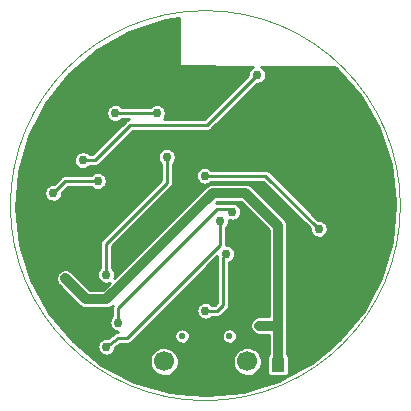
<source format=gbl>
G04 (created by PCBNEW (2013-07-07 BZR 4022)-stable) date 4/12/2015 11:00:48 PM*
%MOIN*%
G04 Gerber Fmt 3.4, Leading zero omitted, Abs format*
%FSLAX34Y34*%
G01*
G70*
G90*
G04 APERTURE LIST*
%ADD10C,0.00590551*%
%ADD11C,0.00393701*%
%ADD12R,0.0433071X0.0472441*%
%ADD13C,0.0669291*%
%ADD14C,0.0216535*%
%ADD15C,0.03*%
%ADD16C,0.01*%
%ADD17C,0.032*%
G04 APERTURE END LIST*
G54D10*
G54D11*
X84500Y-52000D02*
G75*
G03X84500Y-52000I-6500J0D01*
G74*
G01*
G54D12*
X80425Y-57300D03*
X81225Y-56875D03*
G54D13*
X76624Y-57195D03*
X79399Y-57195D03*
G54D14*
X77224Y-56348D03*
X78799Y-56348D03*
G54D15*
X75000Y-48917D03*
X76377Y-48917D03*
X78700Y-53600D03*
X78000Y-55500D03*
X76710Y-50380D03*
X74690Y-54300D03*
X74700Y-56700D03*
X78500Y-52500D03*
X82825Y-54925D03*
X83125Y-52300D03*
X82450Y-51550D03*
X83125Y-51575D03*
X81225Y-56150D03*
X76890Y-48540D03*
X76905Y-47925D03*
X77445Y-48570D03*
X72933Y-51574D03*
X74409Y-51181D03*
X73917Y-50492D03*
X79724Y-47637D03*
X79800Y-56000D03*
X73326Y-54429D03*
X75100Y-55900D03*
X78900Y-52200D03*
X77975Y-51000D03*
X81775Y-52775D03*
G54D16*
X76377Y-48917D02*
X75000Y-48917D01*
X78600Y-53700D02*
X78700Y-53600D01*
X78600Y-55300D02*
X78600Y-53700D01*
X78400Y-55500D02*
X78600Y-55300D01*
X78000Y-55500D02*
X78400Y-55500D01*
X76710Y-51240D02*
X76710Y-50380D01*
X74680Y-53270D02*
X76710Y-51240D01*
X74680Y-54290D02*
X74680Y-53270D01*
X74690Y-54300D02*
X74680Y-54290D01*
X74700Y-56700D02*
X75100Y-56400D01*
X75100Y-56400D02*
X75400Y-56400D01*
X75400Y-56400D02*
X78500Y-53300D01*
X78500Y-53300D02*
X78500Y-52500D01*
X82825Y-54925D02*
X83125Y-54625D01*
X83125Y-54625D02*
X83125Y-52300D01*
X83100Y-51550D02*
X82450Y-51550D01*
X83125Y-51575D02*
X83100Y-51550D01*
G54D17*
X81225Y-56875D02*
X81225Y-56150D01*
G54D16*
X73326Y-51181D02*
X72933Y-51574D01*
X74409Y-51181D02*
X73326Y-51181D01*
X74311Y-50492D02*
X73917Y-50492D01*
X75492Y-49311D02*
X74311Y-50492D01*
X78051Y-49311D02*
X75492Y-49311D01*
X79724Y-47637D02*
X78051Y-49311D01*
G54D17*
X80425Y-56000D02*
X79800Y-56000D01*
X80425Y-56000D02*
X80425Y-52669D01*
X74015Y-55118D02*
X73326Y-54429D01*
X74704Y-55118D02*
X74015Y-55118D01*
X78248Y-51574D02*
X74704Y-55118D01*
X79330Y-51574D02*
X78248Y-51574D01*
X80425Y-52669D02*
X79330Y-51574D01*
X80425Y-56000D02*
X80425Y-57300D01*
X80440Y-57285D02*
X80425Y-57300D01*
G54D16*
X78900Y-52100D02*
X78900Y-52200D01*
X78400Y-52100D02*
X78900Y-52100D01*
X75100Y-55400D02*
X78400Y-52100D01*
X75100Y-55400D02*
X75100Y-55900D01*
X80000Y-51000D02*
X77975Y-51000D01*
X81775Y-52775D02*
X80000Y-51000D01*
G54D10*
G36*
X84330Y-51992D02*
X84208Y-53229D01*
X83851Y-54411D01*
X83271Y-55502D01*
X82491Y-56459D01*
X82075Y-56804D01*
X82075Y-52745D01*
X82063Y-52687D01*
X82041Y-52633D01*
X82008Y-52584D01*
X81967Y-52542D01*
X81918Y-52509D01*
X81864Y-52487D01*
X81806Y-52475D01*
X81757Y-52474D01*
X80141Y-50858D01*
X80127Y-50846D01*
X80112Y-50834D01*
X80112Y-50834D01*
X80111Y-50833D01*
X80094Y-50825D01*
X80078Y-50816D01*
X80077Y-50815D01*
X80076Y-50815D01*
X80059Y-50809D01*
X80041Y-50804D01*
X80040Y-50804D01*
X80039Y-50803D01*
X80021Y-50802D01*
X80002Y-50800D01*
X80000Y-50800D01*
X80000Y-50800D01*
X80000Y-50800D01*
X80000Y-50800D01*
X78199Y-50800D01*
X78167Y-50767D01*
X78118Y-50734D01*
X78064Y-50712D01*
X78006Y-50700D01*
X77947Y-50699D01*
X77889Y-50710D01*
X77835Y-50732D01*
X77786Y-50765D01*
X77744Y-50806D01*
X77710Y-50854D01*
X77687Y-50908D01*
X77675Y-50966D01*
X77674Y-51025D01*
X77685Y-51083D01*
X77706Y-51137D01*
X77738Y-51187D01*
X77779Y-51229D01*
X77827Y-51263D01*
X77881Y-51286D01*
X77939Y-51299D01*
X77998Y-51300D01*
X78056Y-51290D01*
X78110Y-51269D01*
X78160Y-51237D01*
X78200Y-51200D01*
X79917Y-51200D01*
X81475Y-52758D01*
X81474Y-52800D01*
X81485Y-52858D01*
X81506Y-52912D01*
X81538Y-52962D01*
X81579Y-53004D01*
X81627Y-53038D01*
X81681Y-53061D01*
X81739Y-53074D01*
X81798Y-53075D01*
X81856Y-53065D01*
X81910Y-53044D01*
X81960Y-53012D01*
X82003Y-52971D01*
X82037Y-52923D01*
X82061Y-52870D01*
X82074Y-52812D01*
X82075Y-52745D01*
X82075Y-56804D01*
X81539Y-57247D01*
X80791Y-57651D01*
X80791Y-57522D01*
X80791Y-57049D01*
X80785Y-57020D01*
X80774Y-56993D01*
X80758Y-56968D01*
X80737Y-56947D01*
X80735Y-56945D01*
X80735Y-56000D01*
X80735Y-52669D01*
X80732Y-52640D01*
X80729Y-52612D01*
X80729Y-52610D01*
X80729Y-52608D01*
X80720Y-52581D01*
X80712Y-52553D01*
X80712Y-52552D01*
X80711Y-52550D01*
X80698Y-52525D01*
X80684Y-52500D01*
X80683Y-52498D01*
X80683Y-52497D01*
X80665Y-52475D01*
X80647Y-52452D01*
X80645Y-52450D01*
X80644Y-52450D01*
X80644Y-52450D01*
X80644Y-52449D01*
X79549Y-51355D01*
X79527Y-51337D01*
X79505Y-51319D01*
X79504Y-51318D01*
X79503Y-51317D01*
X79477Y-51303D01*
X79452Y-51289D01*
X79451Y-51289D01*
X79449Y-51288D01*
X79422Y-51280D01*
X79395Y-51271D01*
X79393Y-51271D01*
X79391Y-51270D01*
X79363Y-51268D01*
X79335Y-51264D01*
X79331Y-51264D01*
X79331Y-51264D01*
X79331Y-51264D01*
X79330Y-51264D01*
X78248Y-51264D01*
X78219Y-51267D01*
X78191Y-51270D01*
X78189Y-51270D01*
X78187Y-51270D01*
X78160Y-51278D01*
X78132Y-51286D01*
X78131Y-51287D01*
X78129Y-51288D01*
X78104Y-51301D01*
X78079Y-51314D01*
X78077Y-51315D01*
X78076Y-51316D01*
X78054Y-51334D01*
X78031Y-51352D01*
X78029Y-51354D01*
X78029Y-51354D01*
X78029Y-51354D01*
X78028Y-51355D01*
X74965Y-54419D01*
X74976Y-54395D01*
X74989Y-54337D01*
X74990Y-54270D01*
X74978Y-54212D01*
X74956Y-54158D01*
X74923Y-54109D01*
X74882Y-54067D01*
X74880Y-54066D01*
X74880Y-53352D01*
X76851Y-51381D01*
X76863Y-51367D01*
X76875Y-51352D01*
X76875Y-51352D01*
X76876Y-51351D01*
X76884Y-51335D01*
X76893Y-51318D01*
X76894Y-51317D01*
X76894Y-51316D01*
X76900Y-51299D01*
X76905Y-51281D01*
X76905Y-51280D01*
X76906Y-51279D01*
X76907Y-51261D01*
X76909Y-51242D01*
X76909Y-51240D01*
X76909Y-51240D01*
X76909Y-51240D01*
X76910Y-51240D01*
X76910Y-50603D01*
X76938Y-50576D01*
X76972Y-50528D01*
X76996Y-50475D01*
X77009Y-50417D01*
X77010Y-50350D01*
X76998Y-50292D01*
X76976Y-50238D01*
X76943Y-50189D01*
X76902Y-50147D01*
X76853Y-50114D01*
X76799Y-50092D01*
X76741Y-50080D01*
X76682Y-50079D01*
X76624Y-50090D01*
X76570Y-50112D01*
X76521Y-50145D01*
X76479Y-50186D01*
X76445Y-50234D01*
X76422Y-50288D01*
X76410Y-50346D01*
X76409Y-50405D01*
X76420Y-50463D01*
X76441Y-50517D01*
X76473Y-50567D01*
X76510Y-50604D01*
X76510Y-51157D01*
X74709Y-52957D01*
X74709Y-51151D01*
X74698Y-51093D01*
X74675Y-51039D01*
X74643Y-50990D01*
X74601Y-50948D01*
X74552Y-50915D01*
X74498Y-50893D01*
X74440Y-50881D01*
X74382Y-50880D01*
X74324Y-50891D01*
X74269Y-50913D01*
X74220Y-50946D01*
X74184Y-50981D01*
X73326Y-50981D01*
X73308Y-50982D01*
X73289Y-50984D01*
X73288Y-50984D01*
X73287Y-50984D01*
X73270Y-50990D01*
X73252Y-50995D01*
X73251Y-50995D01*
X73250Y-50996D01*
X73234Y-51004D01*
X73217Y-51013D01*
X73217Y-51014D01*
X73216Y-51014D01*
X73201Y-51026D01*
X73187Y-51037D01*
X73185Y-51039D01*
X73185Y-51039D01*
X73185Y-51039D01*
X73185Y-51039D01*
X72950Y-51274D01*
X72905Y-51274D01*
X72847Y-51285D01*
X72793Y-51307D01*
X72744Y-51339D01*
X72702Y-51381D01*
X72668Y-51429D01*
X72645Y-51483D01*
X72633Y-51541D01*
X72632Y-51600D01*
X72643Y-51657D01*
X72664Y-51712D01*
X72696Y-51762D01*
X72737Y-51804D01*
X72786Y-51837D01*
X72839Y-51861D01*
X72897Y-51874D01*
X72956Y-51875D01*
X73014Y-51865D01*
X73068Y-51843D01*
X73118Y-51812D01*
X73161Y-51771D01*
X73195Y-51723D01*
X73219Y-51669D01*
X73232Y-51612D01*
X73232Y-51557D01*
X73409Y-51381D01*
X74185Y-51381D01*
X74214Y-51410D01*
X74262Y-51444D01*
X74316Y-51467D01*
X74373Y-51480D01*
X74432Y-51481D01*
X74490Y-51471D01*
X74545Y-51450D01*
X74595Y-51418D01*
X74637Y-51378D01*
X74671Y-51330D01*
X74695Y-51276D01*
X74708Y-51218D01*
X74709Y-51151D01*
X74709Y-52957D01*
X74538Y-53128D01*
X74526Y-53142D01*
X74514Y-53157D01*
X74514Y-53157D01*
X74513Y-53158D01*
X74505Y-53175D01*
X74496Y-53191D01*
X74495Y-53192D01*
X74495Y-53193D01*
X74489Y-53210D01*
X74484Y-53228D01*
X74484Y-53229D01*
X74483Y-53230D01*
X74482Y-53248D01*
X74480Y-53267D01*
X74480Y-53269D01*
X74480Y-53269D01*
X74480Y-53269D01*
X74480Y-53270D01*
X74480Y-54085D01*
X74459Y-54106D01*
X74425Y-54154D01*
X74402Y-54208D01*
X74390Y-54266D01*
X74389Y-54325D01*
X74400Y-54383D01*
X74421Y-54437D01*
X74453Y-54487D01*
X74494Y-54529D01*
X74542Y-54563D01*
X74596Y-54586D01*
X74654Y-54599D01*
X74713Y-54600D01*
X74771Y-54590D01*
X74808Y-54575D01*
X74576Y-54808D01*
X74144Y-54808D01*
X73545Y-54209D01*
X73499Y-54171D01*
X73445Y-54142D01*
X73388Y-54125D01*
X73327Y-54119D01*
X73267Y-54124D01*
X73209Y-54142D01*
X73156Y-54170D01*
X73109Y-54208D01*
X73070Y-54254D01*
X73041Y-54308D01*
X73023Y-54365D01*
X73016Y-54425D01*
X73022Y-54486D01*
X73038Y-54544D01*
X73066Y-54597D01*
X73104Y-54645D01*
X73107Y-54648D01*
X73796Y-55337D01*
X73818Y-55355D01*
X73840Y-55373D01*
X73842Y-55374D01*
X73843Y-55375D01*
X73868Y-55389D01*
X73893Y-55403D01*
X73895Y-55403D01*
X73896Y-55404D01*
X73924Y-55412D01*
X73951Y-55421D01*
X73952Y-55421D01*
X73954Y-55421D01*
X73982Y-55424D01*
X74011Y-55428D01*
X74014Y-55428D01*
X74014Y-55428D01*
X74014Y-55428D01*
X74015Y-55428D01*
X74704Y-55428D01*
X74733Y-55425D01*
X74761Y-55422D01*
X74763Y-55422D01*
X74764Y-55422D01*
X74792Y-55413D01*
X74819Y-55405D01*
X74821Y-55405D01*
X74822Y-55404D01*
X74848Y-55391D01*
X74873Y-55378D01*
X74874Y-55377D01*
X74876Y-55376D01*
X74898Y-55358D01*
X74906Y-55351D01*
X74904Y-55358D01*
X74904Y-55359D01*
X74903Y-55360D01*
X74902Y-55378D01*
X74900Y-55397D01*
X74900Y-55399D01*
X74900Y-55399D01*
X74900Y-55399D01*
X74900Y-55400D01*
X74900Y-55675D01*
X74869Y-55706D01*
X74835Y-55754D01*
X74812Y-55808D01*
X74800Y-55866D01*
X74799Y-55925D01*
X74810Y-55983D01*
X74831Y-56037D01*
X74863Y-56087D01*
X74904Y-56129D01*
X74952Y-56163D01*
X75006Y-56186D01*
X75064Y-56199D01*
X75099Y-56200D01*
X75096Y-56200D01*
X75091Y-56199D01*
X75070Y-56202D01*
X75061Y-56203D01*
X75058Y-56204D01*
X75052Y-56205D01*
X75032Y-56212D01*
X75023Y-56215D01*
X75021Y-56216D01*
X75015Y-56218D01*
X74997Y-56229D01*
X74989Y-56233D01*
X74987Y-56235D01*
X74982Y-56238D01*
X74979Y-56239D01*
X74758Y-56405D01*
X74731Y-56400D01*
X74672Y-56399D01*
X74614Y-56410D01*
X74560Y-56432D01*
X74511Y-56465D01*
X74469Y-56506D01*
X74435Y-56554D01*
X74412Y-56608D01*
X74400Y-56666D01*
X74399Y-56725D01*
X74410Y-56783D01*
X74431Y-56837D01*
X74463Y-56887D01*
X74504Y-56929D01*
X74552Y-56963D01*
X74606Y-56986D01*
X74664Y-56999D01*
X74723Y-57000D01*
X74781Y-56990D01*
X74835Y-56969D01*
X74885Y-56937D01*
X74928Y-56896D01*
X74962Y-56848D01*
X74986Y-56795D01*
X74999Y-56737D01*
X74999Y-56725D01*
X75166Y-56600D01*
X75400Y-56600D01*
X75418Y-56598D01*
X75436Y-56596D01*
X75437Y-56596D01*
X75438Y-56596D01*
X75456Y-56590D01*
X75474Y-56585D01*
X75475Y-56585D01*
X75476Y-56584D01*
X75492Y-56576D01*
X75508Y-56567D01*
X75509Y-56567D01*
X75510Y-56566D01*
X75525Y-56554D01*
X75539Y-56543D01*
X75540Y-56541D01*
X75540Y-56541D01*
X75540Y-56541D01*
X75541Y-56541D01*
X78401Y-53681D01*
X78400Y-53697D01*
X78400Y-53699D01*
X78400Y-53699D01*
X78400Y-53699D01*
X78400Y-53700D01*
X78400Y-55217D01*
X78317Y-55300D01*
X78224Y-55300D01*
X78192Y-55267D01*
X78143Y-55234D01*
X78089Y-55212D01*
X78031Y-55200D01*
X77972Y-55199D01*
X77914Y-55210D01*
X77860Y-55232D01*
X77811Y-55265D01*
X77769Y-55306D01*
X77735Y-55354D01*
X77712Y-55408D01*
X77700Y-55466D01*
X77699Y-55525D01*
X77710Y-55583D01*
X77731Y-55637D01*
X77763Y-55687D01*
X77804Y-55729D01*
X77852Y-55763D01*
X77906Y-55786D01*
X77964Y-55799D01*
X78023Y-55800D01*
X78081Y-55790D01*
X78135Y-55769D01*
X78185Y-55737D01*
X78225Y-55700D01*
X78400Y-55700D01*
X78418Y-55698D01*
X78436Y-55696D01*
X78437Y-55696D01*
X78438Y-55696D01*
X78456Y-55690D01*
X78474Y-55685D01*
X78475Y-55685D01*
X78476Y-55684D01*
X78492Y-55676D01*
X78508Y-55667D01*
X78509Y-55667D01*
X78510Y-55666D01*
X78525Y-55654D01*
X78539Y-55643D01*
X78540Y-55641D01*
X78540Y-55641D01*
X78540Y-55641D01*
X78541Y-55641D01*
X78741Y-55441D01*
X78753Y-55427D01*
X78765Y-55412D01*
X78765Y-55412D01*
X78766Y-55411D01*
X78774Y-55394D01*
X78783Y-55378D01*
X78784Y-55377D01*
X78784Y-55376D01*
X78790Y-55359D01*
X78795Y-55341D01*
X78795Y-55340D01*
X78796Y-55339D01*
X78797Y-55321D01*
X78799Y-55302D01*
X78799Y-55300D01*
X78799Y-55300D01*
X78799Y-55300D01*
X78800Y-55300D01*
X78800Y-53883D01*
X78835Y-53869D01*
X78885Y-53837D01*
X78928Y-53796D01*
X78962Y-53748D01*
X78986Y-53695D01*
X78999Y-53637D01*
X79000Y-53570D01*
X78988Y-53512D01*
X78966Y-53458D01*
X78933Y-53409D01*
X78892Y-53367D01*
X78843Y-53334D01*
X78789Y-53312D01*
X78731Y-53300D01*
X78700Y-53299D01*
X78700Y-52723D01*
X78728Y-52696D01*
X78762Y-52648D01*
X78786Y-52595D01*
X78799Y-52537D01*
X78799Y-52483D01*
X78806Y-52486D01*
X78864Y-52499D01*
X78923Y-52500D01*
X78981Y-52490D01*
X79035Y-52469D01*
X79085Y-52437D01*
X79128Y-52396D01*
X79162Y-52348D01*
X79186Y-52295D01*
X79199Y-52237D01*
X79200Y-52170D01*
X79188Y-52112D01*
X79166Y-52058D01*
X79133Y-52009D01*
X79092Y-51967D01*
X79043Y-51934D01*
X78989Y-51912D01*
X78931Y-51900D01*
X78872Y-51899D01*
X78871Y-51900D01*
X78400Y-51900D01*
X78381Y-51901D01*
X78363Y-51903D01*
X78362Y-51903D01*
X78361Y-51903D01*
X78355Y-51905D01*
X78376Y-51884D01*
X79202Y-51884D01*
X80115Y-52797D01*
X80115Y-55690D01*
X79800Y-55690D01*
X79739Y-55695D01*
X79681Y-55713D01*
X79628Y-55741D01*
X79581Y-55780D01*
X79542Y-55826D01*
X79514Y-55879D01*
X79496Y-55937D01*
X79490Y-55997D01*
X79495Y-56058D01*
X79512Y-56116D01*
X79540Y-56169D01*
X79578Y-56216D01*
X79624Y-56255D01*
X79677Y-56284D01*
X79735Y-56303D01*
X79795Y-56309D01*
X79800Y-56310D01*
X80115Y-56310D01*
X80115Y-56945D01*
X80113Y-56946D01*
X80092Y-56967D01*
X80075Y-56992D01*
X80064Y-57019D01*
X80058Y-57048D01*
X80058Y-57077D01*
X80058Y-57550D01*
X80064Y-57579D01*
X80075Y-57606D01*
X80091Y-57631D01*
X80112Y-57652D01*
X80136Y-57668D01*
X80163Y-57680D01*
X80192Y-57686D01*
X80222Y-57686D01*
X80656Y-57686D01*
X80685Y-57680D01*
X80712Y-57669D01*
X80736Y-57653D01*
X80757Y-57632D01*
X80774Y-57607D01*
X80785Y-57580D01*
X80791Y-57551D01*
X80791Y-57522D01*
X80791Y-57651D01*
X80452Y-57834D01*
X79884Y-58010D01*
X79884Y-57147D01*
X79866Y-57054D01*
X79829Y-56966D01*
X79777Y-56887D01*
X79710Y-56820D01*
X79631Y-56766D01*
X79543Y-56730D01*
X79450Y-56711D01*
X79355Y-56710D01*
X79262Y-56728D01*
X79174Y-56763D01*
X79094Y-56815D01*
X79057Y-56852D01*
X79057Y-56323D01*
X79047Y-56273D01*
X79028Y-56227D01*
X79000Y-56184D01*
X78964Y-56148D01*
X78922Y-56120D01*
X78875Y-56100D01*
X78826Y-56090D01*
X78775Y-56090D01*
X78725Y-56099D01*
X78678Y-56118D01*
X78636Y-56146D01*
X78600Y-56182D01*
X78571Y-56223D01*
X78551Y-56270D01*
X78541Y-56319D01*
X78540Y-56370D01*
X78549Y-56420D01*
X78568Y-56467D01*
X78595Y-56510D01*
X78630Y-56546D01*
X78672Y-56575D01*
X78718Y-56595D01*
X78768Y-56606D01*
X78818Y-56607D01*
X78868Y-56598D01*
X78916Y-56580D01*
X78958Y-56553D01*
X78995Y-56518D01*
X79024Y-56477D01*
X79045Y-56430D01*
X79056Y-56381D01*
X79057Y-56323D01*
X79057Y-56852D01*
X79026Y-56882D01*
X78973Y-56960D01*
X78935Y-57048D01*
X78915Y-57141D01*
X78914Y-57236D01*
X78931Y-57329D01*
X78966Y-57417D01*
X79018Y-57497D01*
X79084Y-57566D01*
X79162Y-57620D01*
X79249Y-57658D01*
X79342Y-57678D01*
X79437Y-57680D01*
X79530Y-57664D01*
X79619Y-57630D01*
X79699Y-57579D01*
X79768Y-57513D01*
X79823Y-57435D01*
X79861Y-57349D01*
X79882Y-57256D01*
X79884Y-57147D01*
X79884Y-58010D01*
X79272Y-58200D01*
X78044Y-58329D01*
X77482Y-58278D01*
X77482Y-56323D01*
X77473Y-56273D01*
X77453Y-56227D01*
X77425Y-56184D01*
X77390Y-56148D01*
X77348Y-56120D01*
X77301Y-56100D01*
X77251Y-56090D01*
X77201Y-56090D01*
X77151Y-56099D01*
X77104Y-56118D01*
X77061Y-56146D01*
X77025Y-56182D01*
X76997Y-56223D01*
X76977Y-56270D01*
X76966Y-56319D01*
X76965Y-56370D01*
X76975Y-56420D01*
X76993Y-56467D01*
X77021Y-56510D01*
X77056Y-56546D01*
X77097Y-56575D01*
X77144Y-56595D01*
X77193Y-56606D01*
X77244Y-56607D01*
X77294Y-56598D01*
X77341Y-56580D01*
X77384Y-56553D01*
X77421Y-56518D01*
X77450Y-56477D01*
X77470Y-56430D01*
X77482Y-56381D01*
X77482Y-56323D01*
X77482Y-58278D01*
X77108Y-58244D01*
X77108Y-57147D01*
X77090Y-57054D01*
X77054Y-56966D01*
X77001Y-56887D01*
X76934Y-56820D01*
X76855Y-56766D01*
X76768Y-56730D01*
X76675Y-56711D01*
X76580Y-56710D01*
X76486Y-56728D01*
X76398Y-56763D01*
X76319Y-56815D01*
X76251Y-56882D01*
X76197Y-56960D01*
X76160Y-57048D01*
X76140Y-57141D01*
X76138Y-57236D01*
X76156Y-57329D01*
X76191Y-57417D01*
X76242Y-57497D01*
X76308Y-57566D01*
X76386Y-57620D01*
X76473Y-57658D01*
X76566Y-57678D01*
X76661Y-57680D01*
X76755Y-57664D01*
X76843Y-57630D01*
X76924Y-57579D01*
X76992Y-57513D01*
X77047Y-57435D01*
X77086Y-57349D01*
X77107Y-57256D01*
X77108Y-57147D01*
X77108Y-58244D01*
X76813Y-58217D01*
X75628Y-57868D01*
X74534Y-57296D01*
X73571Y-56522D01*
X72777Y-55575D01*
X72182Y-54493D01*
X71808Y-53315D01*
X71671Y-52088D01*
X71774Y-50857D01*
X72114Y-49669D01*
X72679Y-48571D01*
X73446Y-47603D01*
X74387Y-46802D01*
X75465Y-46199D01*
X76640Y-45818D01*
X77120Y-45761D01*
X77120Y-47359D01*
X79602Y-47363D01*
X79584Y-47370D01*
X79535Y-47402D01*
X79493Y-47444D01*
X79460Y-47492D01*
X79437Y-47546D01*
X79424Y-47604D01*
X79424Y-47655D01*
X77968Y-49111D01*
X76608Y-49111D01*
X76640Y-49066D01*
X76663Y-49012D01*
X76677Y-48955D01*
X76677Y-48887D01*
X76666Y-48830D01*
X76644Y-48775D01*
X76611Y-48726D01*
X76570Y-48685D01*
X76521Y-48652D01*
X76467Y-48629D01*
X76409Y-48617D01*
X76350Y-48617D01*
X76292Y-48628D01*
X76238Y-48650D01*
X76189Y-48682D01*
X76153Y-48717D01*
X75224Y-48717D01*
X75192Y-48685D01*
X75143Y-48652D01*
X75089Y-48629D01*
X75031Y-48617D01*
X74972Y-48617D01*
X74914Y-48628D01*
X74860Y-48650D01*
X74811Y-48682D01*
X74769Y-48723D01*
X74735Y-48772D01*
X74712Y-48826D01*
X74700Y-48883D01*
X74699Y-48942D01*
X74710Y-49000D01*
X74731Y-49055D01*
X74763Y-49104D01*
X74804Y-49146D01*
X74852Y-49180D01*
X74906Y-49204D01*
X74964Y-49216D01*
X75023Y-49217D01*
X75081Y-49207D01*
X75135Y-49186D01*
X75185Y-49154D01*
X75225Y-49117D01*
X75445Y-49117D01*
X75435Y-49120D01*
X75417Y-49125D01*
X75416Y-49125D01*
X75415Y-49126D01*
X75399Y-49134D01*
X75383Y-49143D01*
X75382Y-49143D01*
X75381Y-49144D01*
X75367Y-49156D01*
X75352Y-49167D01*
X75351Y-49169D01*
X75351Y-49169D01*
X75351Y-49169D01*
X75350Y-49169D01*
X74228Y-50292D01*
X74141Y-50292D01*
X74109Y-50259D01*
X74060Y-50226D01*
X74006Y-50204D01*
X73948Y-50192D01*
X73890Y-50191D01*
X73832Y-50202D01*
X73777Y-50224D01*
X73728Y-50257D01*
X73686Y-50298D01*
X73653Y-50346D01*
X73629Y-50400D01*
X73617Y-50458D01*
X73616Y-50517D01*
X73627Y-50575D01*
X73649Y-50629D01*
X73681Y-50679D01*
X73721Y-50721D01*
X73770Y-50755D01*
X73824Y-50778D01*
X73881Y-50791D01*
X73940Y-50792D01*
X73998Y-50782D01*
X74053Y-50761D01*
X74102Y-50729D01*
X74142Y-50692D01*
X74311Y-50692D01*
X74329Y-50690D01*
X74347Y-50688D01*
X74348Y-50688D01*
X74349Y-50688D01*
X74367Y-50682D01*
X74385Y-50677D01*
X74386Y-50677D01*
X74387Y-50677D01*
X74403Y-50668D01*
X74419Y-50659D01*
X74420Y-50659D01*
X74421Y-50658D01*
X74436Y-50647D01*
X74450Y-50635D01*
X74451Y-50634D01*
X74451Y-50634D01*
X74451Y-50634D01*
X74452Y-50633D01*
X75574Y-49511D01*
X78051Y-49511D01*
X78069Y-49509D01*
X78087Y-49507D01*
X78088Y-49507D01*
X78090Y-49507D01*
X78107Y-49501D01*
X78125Y-49496D01*
X78126Y-49496D01*
X78127Y-49495D01*
X78143Y-49487D01*
X78160Y-49478D01*
X78160Y-49478D01*
X78161Y-49477D01*
X78176Y-49465D01*
X78190Y-49454D01*
X78192Y-49452D01*
X78192Y-49452D01*
X78192Y-49452D01*
X78192Y-49452D01*
X79707Y-47937D01*
X79747Y-47938D01*
X79805Y-47928D01*
X79860Y-47906D01*
X79910Y-47875D01*
X79952Y-47834D01*
X79986Y-47786D01*
X80010Y-47732D01*
X80023Y-47675D01*
X80024Y-47608D01*
X80012Y-47550D01*
X79990Y-47496D01*
X79958Y-47447D01*
X79916Y-47405D01*
X79867Y-47372D01*
X79847Y-47363D01*
X82302Y-47367D01*
X82364Y-47416D01*
X83172Y-48351D01*
X83782Y-49425D01*
X84172Y-50597D01*
X84327Y-51830D01*
X84330Y-51992D01*
X84330Y-51992D01*
G37*
G54D16*
X84330Y-51992D02*
X84208Y-53229D01*
X83851Y-54411D01*
X83271Y-55502D01*
X82491Y-56459D01*
X82075Y-56804D01*
X82075Y-52745D01*
X82063Y-52687D01*
X82041Y-52633D01*
X82008Y-52584D01*
X81967Y-52542D01*
X81918Y-52509D01*
X81864Y-52487D01*
X81806Y-52475D01*
X81757Y-52474D01*
X80141Y-50858D01*
X80127Y-50846D01*
X80112Y-50834D01*
X80112Y-50834D01*
X80111Y-50833D01*
X80094Y-50825D01*
X80078Y-50816D01*
X80077Y-50815D01*
X80076Y-50815D01*
X80059Y-50809D01*
X80041Y-50804D01*
X80040Y-50804D01*
X80039Y-50803D01*
X80021Y-50802D01*
X80002Y-50800D01*
X80000Y-50800D01*
X80000Y-50800D01*
X80000Y-50800D01*
X80000Y-50800D01*
X78199Y-50800D01*
X78167Y-50767D01*
X78118Y-50734D01*
X78064Y-50712D01*
X78006Y-50700D01*
X77947Y-50699D01*
X77889Y-50710D01*
X77835Y-50732D01*
X77786Y-50765D01*
X77744Y-50806D01*
X77710Y-50854D01*
X77687Y-50908D01*
X77675Y-50966D01*
X77674Y-51025D01*
X77685Y-51083D01*
X77706Y-51137D01*
X77738Y-51187D01*
X77779Y-51229D01*
X77827Y-51263D01*
X77881Y-51286D01*
X77939Y-51299D01*
X77998Y-51300D01*
X78056Y-51290D01*
X78110Y-51269D01*
X78160Y-51237D01*
X78200Y-51200D01*
X79917Y-51200D01*
X81475Y-52758D01*
X81474Y-52800D01*
X81485Y-52858D01*
X81506Y-52912D01*
X81538Y-52962D01*
X81579Y-53004D01*
X81627Y-53038D01*
X81681Y-53061D01*
X81739Y-53074D01*
X81798Y-53075D01*
X81856Y-53065D01*
X81910Y-53044D01*
X81960Y-53012D01*
X82003Y-52971D01*
X82037Y-52923D01*
X82061Y-52870D01*
X82074Y-52812D01*
X82075Y-52745D01*
X82075Y-56804D01*
X81539Y-57247D01*
X80791Y-57651D01*
X80791Y-57522D01*
X80791Y-57049D01*
X80785Y-57020D01*
X80774Y-56993D01*
X80758Y-56968D01*
X80737Y-56947D01*
X80735Y-56945D01*
X80735Y-56000D01*
X80735Y-52669D01*
X80732Y-52640D01*
X80729Y-52612D01*
X80729Y-52610D01*
X80729Y-52608D01*
X80720Y-52581D01*
X80712Y-52553D01*
X80712Y-52552D01*
X80711Y-52550D01*
X80698Y-52525D01*
X80684Y-52500D01*
X80683Y-52498D01*
X80683Y-52497D01*
X80665Y-52475D01*
X80647Y-52452D01*
X80645Y-52450D01*
X80644Y-52450D01*
X80644Y-52450D01*
X80644Y-52449D01*
X79549Y-51355D01*
X79527Y-51337D01*
X79505Y-51319D01*
X79504Y-51318D01*
X79503Y-51317D01*
X79477Y-51303D01*
X79452Y-51289D01*
X79451Y-51289D01*
X79449Y-51288D01*
X79422Y-51280D01*
X79395Y-51271D01*
X79393Y-51271D01*
X79391Y-51270D01*
X79363Y-51268D01*
X79335Y-51264D01*
X79331Y-51264D01*
X79331Y-51264D01*
X79331Y-51264D01*
X79330Y-51264D01*
X78248Y-51264D01*
X78219Y-51267D01*
X78191Y-51270D01*
X78189Y-51270D01*
X78187Y-51270D01*
X78160Y-51278D01*
X78132Y-51286D01*
X78131Y-51287D01*
X78129Y-51288D01*
X78104Y-51301D01*
X78079Y-51314D01*
X78077Y-51315D01*
X78076Y-51316D01*
X78054Y-51334D01*
X78031Y-51352D01*
X78029Y-51354D01*
X78029Y-51354D01*
X78029Y-51354D01*
X78028Y-51355D01*
X74965Y-54419D01*
X74976Y-54395D01*
X74989Y-54337D01*
X74990Y-54270D01*
X74978Y-54212D01*
X74956Y-54158D01*
X74923Y-54109D01*
X74882Y-54067D01*
X74880Y-54066D01*
X74880Y-53352D01*
X76851Y-51381D01*
X76863Y-51367D01*
X76875Y-51352D01*
X76875Y-51352D01*
X76876Y-51351D01*
X76884Y-51335D01*
X76893Y-51318D01*
X76894Y-51317D01*
X76894Y-51316D01*
X76900Y-51299D01*
X76905Y-51281D01*
X76905Y-51280D01*
X76906Y-51279D01*
X76907Y-51261D01*
X76909Y-51242D01*
X76909Y-51240D01*
X76909Y-51240D01*
X76909Y-51240D01*
X76910Y-51240D01*
X76910Y-50603D01*
X76938Y-50576D01*
X76972Y-50528D01*
X76996Y-50475D01*
X77009Y-50417D01*
X77010Y-50350D01*
X76998Y-50292D01*
X76976Y-50238D01*
X76943Y-50189D01*
X76902Y-50147D01*
X76853Y-50114D01*
X76799Y-50092D01*
X76741Y-50080D01*
X76682Y-50079D01*
X76624Y-50090D01*
X76570Y-50112D01*
X76521Y-50145D01*
X76479Y-50186D01*
X76445Y-50234D01*
X76422Y-50288D01*
X76410Y-50346D01*
X76409Y-50405D01*
X76420Y-50463D01*
X76441Y-50517D01*
X76473Y-50567D01*
X76510Y-50604D01*
X76510Y-51157D01*
X74709Y-52957D01*
X74709Y-51151D01*
X74698Y-51093D01*
X74675Y-51039D01*
X74643Y-50990D01*
X74601Y-50948D01*
X74552Y-50915D01*
X74498Y-50893D01*
X74440Y-50881D01*
X74382Y-50880D01*
X74324Y-50891D01*
X74269Y-50913D01*
X74220Y-50946D01*
X74184Y-50981D01*
X73326Y-50981D01*
X73308Y-50982D01*
X73289Y-50984D01*
X73288Y-50984D01*
X73287Y-50984D01*
X73270Y-50990D01*
X73252Y-50995D01*
X73251Y-50995D01*
X73250Y-50996D01*
X73234Y-51004D01*
X73217Y-51013D01*
X73217Y-51014D01*
X73216Y-51014D01*
X73201Y-51026D01*
X73187Y-51037D01*
X73185Y-51039D01*
X73185Y-51039D01*
X73185Y-51039D01*
X73185Y-51039D01*
X72950Y-51274D01*
X72905Y-51274D01*
X72847Y-51285D01*
X72793Y-51307D01*
X72744Y-51339D01*
X72702Y-51381D01*
X72668Y-51429D01*
X72645Y-51483D01*
X72633Y-51541D01*
X72632Y-51600D01*
X72643Y-51657D01*
X72664Y-51712D01*
X72696Y-51762D01*
X72737Y-51804D01*
X72786Y-51837D01*
X72839Y-51861D01*
X72897Y-51874D01*
X72956Y-51875D01*
X73014Y-51865D01*
X73068Y-51843D01*
X73118Y-51812D01*
X73161Y-51771D01*
X73195Y-51723D01*
X73219Y-51669D01*
X73232Y-51612D01*
X73232Y-51557D01*
X73409Y-51381D01*
X74185Y-51381D01*
X74214Y-51410D01*
X74262Y-51444D01*
X74316Y-51467D01*
X74373Y-51480D01*
X74432Y-51481D01*
X74490Y-51471D01*
X74545Y-51450D01*
X74595Y-51418D01*
X74637Y-51378D01*
X74671Y-51330D01*
X74695Y-51276D01*
X74708Y-51218D01*
X74709Y-51151D01*
X74709Y-52957D01*
X74538Y-53128D01*
X74526Y-53142D01*
X74514Y-53157D01*
X74514Y-53157D01*
X74513Y-53158D01*
X74505Y-53175D01*
X74496Y-53191D01*
X74495Y-53192D01*
X74495Y-53193D01*
X74489Y-53210D01*
X74484Y-53228D01*
X74484Y-53229D01*
X74483Y-53230D01*
X74482Y-53248D01*
X74480Y-53267D01*
X74480Y-53269D01*
X74480Y-53269D01*
X74480Y-53269D01*
X74480Y-53270D01*
X74480Y-54085D01*
X74459Y-54106D01*
X74425Y-54154D01*
X74402Y-54208D01*
X74390Y-54266D01*
X74389Y-54325D01*
X74400Y-54383D01*
X74421Y-54437D01*
X74453Y-54487D01*
X74494Y-54529D01*
X74542Y-54563D01*
X74596Y-54586D01*
X74654Y-54599D01*
X74713Y-54600D01*
X74771Y-54590D01*
X74808Y-54575D01*
X74576Y-54808D01*
X74144Y-54808D01*
X73545Y-54209D01*
X73499Y-54171D01*
X73445Y-54142D01*
X73388Y-54125D01*
X73327Y-54119D01*
X73267Y-54124D01*
X73209Y-54142D01*
X73156Y-54170D01*
X73109Y-54208D01*
X73070Y-54254D01*
X73041Y-54308D01*
X73023Y-54365D01*
X73016Y-54425D01*
X73022Y-54486D01*
X73038Y-54544D01*
X73066Y-54597D01*
X73104Y-54645D01*
X73107Y-54648D01*
X73796Y-55337D01*
X73818Y-55355D01*
X73840Y-55373D01*
X73842Y-55374D01*
X73843Y-55375D01*
X73868Y-55389D01*
X73893Y-55403D01*
X73895Y-55403D01*
X73896Y-55404D01*
X73924Y-55412D01*
X73951Y-55421D01*
X73952Y-55421D01*
X73954Y-55421D01*
X73982Y-55424D01*
X74011Y-55428D01*
X74014Y-55428D01*
X74014Y-55428D01*
X74014Y-55428D01*
X74015Y-55428D01*
X74704Y-55428D01*
X74733Y-55425D01*
X74761Y-55422D01*
X74763Y-55422D01*
X74764Y-55422D01*
X74792Y-55413D01*
X74819Y-55405D01*
X74821Y-55405D01*
X74822Y-55404D01*
X74848Y-55391D01*
X74873Y-55378D01*
X74874Y-55377D01*
X74876Y-55376D01*
X74898Y-55358D01*
X74906Y-55351D01*
X74904Y-55358D01*
X74904Y-55359D01*
X74903Y-55360D01*
X74902Y-55378D01*
X74900Y-55397D01*
X74900Y-55399D01*
X74900Y-55399D01*
X74900Y-55399D01*
X74900Y-55400D01*
X74900Y-55675D01*
X74869Y-55706D01*
X74835Y-55754D01*
X74812Y-55808D01*
X74800Y-55866D01*
X74799Y-55925D01*
X74810Y-55983D01*
X74831Y-56037D01*
X74863Y-56087D01*
X74904Y-56129D01*
X74952Y-56163D01*
X75006Y-56186D01*
X75064Y-56199D01*
X75099Y-56200D01*
X75096Y-56200D01*
X75091Y-56199D01*
X75070Y-56202D01*
X75061Y-56203D01*
X75058Y-56204D01*
X75052Y-56205D01*
X75032Y-56212D01*
X75023Y-56215D01*
X75021Y-56216D01*
X75015Y-56218D01*
X74997Y-56229D01*
X74989Y-56233D01*
X74987Y-56235D01*
X74982Y-56238D01*
X74979Y-56239D01*
X74758Y-56405D01*
X74731Y-56400D01*
X74672Y-56399D01*
X74614Y-56410D01*
X74560Y-56432D01*
X74511Y-56465D01*
X74469Y-56506D01*
X74435Y-56554D01*
X74412Y-56608D01*
X74400Y-56666D01*
X74399Y-56725D01*
X74410Y-56783D01*
X74431Y-56837D01*
X74463Y-56887D01*
X74504Y-56929D01*
X74552Y-56963D01*
X74606Y-56986D01*
X74664Y-56999D01*
X74723Y-57000D01*
X74781Y-56990D01*
X74835Y-56969D01*
X74885Y-56937D01*
X74928Y-56896D01*
X74962Y-56848D01*
X74986Y-56795D01*
X74999Y-56737D01*
X74999Y-56725D01*
X75166Y-56600D01*
X75400Y-56600D01*
X75418Y-56598D01*
X75436Y-56596D01*
X75437Y-56596D01*
X75438Y-56596D01*
X75456Y-56590D01*
X75474Y-56585D01*
X75475Y-56585D01*
X75476Y-56584D01*
X75492Y-56576D01*
X75508Y-56567D01*
X75509Y-56567D01*
X75510Y-56566D01*
X75525Y-56554D01*
X75539Y-56543D01*
X75540Y-56541D01*
X75540Y-56541D01*
X75540Y-56541D01*
X75541Y-56541D01*
X78401Y-53681D01*
X78400Y-53697D01*
X78400Y-53699D01*
X78400Y-53699D01*
X78400Y-53699D01*
X78400Y-53700D01*
X78400Y-55217D01*
X78317Y-55300D01*
X78224Y-55300D01*
X78192Y-55267D01*
X78143Y-55234D01*
X78089Y-55212D01*
X78031Y-55200D01*
X77972Y-55199D01*
X77914Y-55210D01*
X77860Y-55232D01*
X77811Y-55265D01*
X77769Y-55306D01*
X77735Y-55354D01*
X77712Y-55408D01*
X77700Y-55466D01*
X77699Y-55525D01*
X77710Y-55583D01*
X77731Y-55637D01*
X77763Y-55687D01*
X77804Y-55729D01*
X77852Y-55763D01*
X77906Y-55786D01*
X77964Y-55799D01*
X78023Y-55800D01*
X78081Y-55790D01*
X78135Y-55769D01*
X78185Y-55737D01*
X78225Y-55700D01*
X78400Y-55700D01*
X78418Y-55698D01*
X78436Y-55696D01*
X78437Y-55696D01*
X78438Y-55696D01*
X78456Y-55690D01*
X78474Y-55685D01*
X78475Y-55685D01*
X78476Y-55684D01*
X78492Y-55676D01*
X78508Y-55667D01*
X78509Y-55667D01*
X78510Y-55666D01*
X78525Y-55654D01*
X78539Y-55643D01*
X78540Y-55641D01*
X78540Y-55641D01*
X78540Y-55641D01*
X78541Y-55641D01*
X78741Y-55441D01*
X78753Y-55427D01*
X78765Y-55412D01*
X78765Y-55412D01*
X78766Y-55411D01*
X78774Y-55394D01*
X78783Y-55378D01*
X78784Y-55377D01*
X78784Y-55376D01*
X78790Y-55359D01*
X78795Y-55341D01*
X78795Y-55340D01*
X78796Y-55339D01*
X78797Y-55321D01*
X78799Y-55302D01*
X78799Y-55300D01*
X78799Y-55300D01*
X78799Y-55300D01*
X78800Y-55300D01*
X78800Y-53883D01*
X78835Y-53869D01*
X78885Y-53837D01*
X78928Y-53796D01*
X78962Y-53748D01*
X78986Y-53695D01*
X78999Y-53637D01*
X79000Y-53570D01*
X78988Y-53512D01*
X78966Y-53458D01*
X78933Y-53409D01*
X78892Y-53367D01*
X78843Y-53334D01*
X78789Y-53312D01*
X78731Y-53300D01*
X78700Y-53299D01*
X78700Y-52723D01*
X78728Y-52696D01*
X78762Y-52648D01*
X78786Y-52595D01*
X78799Y-52537D01*
X78799Y-52483D01*
X78806Y-52486D01*
X78864Y-52499D01*
X78923Y-52500D01*
X78981Y-52490D01*
X79035Y-52469D01*
X79085Y-52437D01*
X79128Y-52396D01*
X79162Y-52348D01*
X79186Y-52295D01*
X79199Y-52237D01*
X79200Y-52170D01*
X79188Y-52112D01*
X79166Y-52058D01*
X79133Y-52009D01*
X79092Y-51967D01*
X79043Y-51934D01*
X78989Y-51912D01*
X78931Y-51900D01*
X78872Y-51899D01*
X78871Y-51900D01*
X78400Y-51900D01*
X78381Y-51901D01*
X78363Y-51903D01*
X78362Y-51903D01*
X78361Y-51903D01*
X78355Y-51905D01*
X78376Y-51884D01*
X79202Y-51884D01*
X80115Y-52797D01*
X80115Y-55690D01*
X79800Y-55690D01*
X79739Y-55695D01*
X79681Y-55713D01*
X79628Y-55741D01*
X79581Y-55780D01*
X79542Y-55826D01*
X79514Y-55879D01*
X79496Y-55937D01*
X79490Y-55997D01*
X79495Y-56058D01*
X79512Y-56116D01*
X79540Y-56169D01*
X79578Y-56216D01*
X79624Y-56255D01*
X79677Y-56284D01*
X79735Y-56303D01*
X79795Y-56309D01*
X79800Y-56310D01*
X80115Y-56310D01*
X80115Y-56945D01*
X80113Y-56946D01*
X80092Y-56967D01*
X80075Y-56992D01*
X80064Y-57019D01*
X80058Y-57048D01*
X80058Y-57077D01*
X80058Y-57550D01*
X80064Y-57579D01*
X80075Y-57606D01*
X80091Y-57631D01*
X80112Y-57652D01*
X80136Y-57668D01*
X80163Y-57680D01*
X80192Y-57686D01*
X80222Y-57686D01*
X80656Y-57686D01*
X80685Y-57680D01*
X80712Y-57669D01*
X80736Y-57653D01*
X80757Y-57632D01*
X80774Y-57607D01*
X80785Y-57580D01*
X80791Y-57551D01*
X80791Y-57522D01*
X80791Y-57651D01*
X80452Y-57834D01*
X79884Y-58010D01*
X79884Y-57147D01*
X79866Y-57054D01*
X79829Y-56966D01*
X79777Y-56887D01*
X79710Y-56820D01*
X79631Y-56766D01*
X79543Y-56730D01*
X79450Y-56711D01*
X79355Y-56710D01*
X79262Y-56728D01*
X79174Y-56763D01*
X79094Y-56815D01*
X79057Y-56852D01*
X79057Y-56323D01*
X79047Y-56273D01*
X79028Y-56227D01*
X79000Y-56184D01*
X78964Y-56148D01*
X78922Y-56120D01*
X78875Y-56100D01*
X78826Y-56090D01*
X78775Y-56090D01*
X78725Y-56099D01*
X78678Y-56118D01*
X78636Y-56146D01*
X78600Y-56182D01*
X78571Y-56223D01*
X78551Y-56270D01*
X78541Y-56319D01*
X78540Y-56370D01*
X78549Y-56420D01*
X78568Y-56467D01*
X78595Y-56510D01*
X78630Y-56546D01*
X78672Y-56575D01*
X78718Y-56595D01*
X78768Y-56606D01*
X78818Y-56607D01*
X78868Y-56598D01*
X78916Y-56580D01*
X78958Y-56553D01*
X78995Y-56518D01*
X79024Y-56477D01*
X79045Y-56430D01*
X79056Y-56381D01*
X79057Y-56323D01*
X79057Y-56852D01*
X79026Y-56882D01*
X78973Y-56960D01*
X78935Y-57048D01*
X78915Y-57141D01*
X78914Y-57236D01*
X78931Y-57329D01*
X78966Y-57417D01*
X79018Y-57497D01*
X79084Y-57566D01*
X79162Y-57620D01*
X79249Y-57658D01*
X79342Y-57678D01*
X79437Y-57680D01*
X79530Y-57664D01*
X79619Y-57630D01*
X79699Y-57579D01*
X79768Y-57513D01*
X79823Y-57435D01*
X79861Y-57349D01*
X79882Y-57256D01*
X79884Y-57147D01*
X79884Y-58010D01*
X79272Y-58200D01*
X78044Y-58329D01*
X77482Y-58278D01*
X77482Y-56323D01*
X77473Y-56273D01*
X77453Y-56227D01*
X77425Y-56184D01*
X77390Y-56148D01*
X77348Y-56120D01*
X77301Y-56100D01*
X77251Y-56090D01*
X77201Y-56090D01*
X77151Y-56099D01*
X77104Y-56118D01*
X77061Y-56146D01*
X77025Y-56182D01*
X76997Y-56223D01*
X76977Y-56270D01*
X76966Y-56319D01*
X76965Y-56370D01*
X76975Y-56420D01*
X76993Y-56467D01*
X77021Y-56510D01*
X77056Y-56546D01*
X77097Y-56575D01*
X77144Y-56595D01*
X77193Y-56606D01*
X77244Y-56607D01*
X77294Y-56598D01*
X77341Y-56580D01*
X77384Y-56553D01*
X77421Y-56518D01*
X77450Y-56477D01*
X77470Y-56430D01*
X77482Y-56381D01*
X77482Y-56323D01*
X77482Y-58278D01*
X77108Y-58244D01*
X77108Y-57147D01*
X77090Y-57054D01*
X77054Y-56966D01*
X77001Y-56887D01*
X76934Y-56820D01*
X76855Y-56766D01*
X76768Y-56730D01*
X76675Y-56711D01*
X76580Y-56710D01*
X76486Y-56728D01*
X76398Y-56763D01*
X76319Y-56815D01*
X76251Y-56882D01*
X76197Y-56960D01*
X76160Y-57048D01*
X76140Y-57141D01*
X76138Y-57236D01*
X76156Y-57329D01*
X76191Y-57417D01*
X76242Y-57497D01*
X76308Y-57566D01*
X76386Y-57620D01*
X76473Y-57658D01*
X76566Y-57678D01*
X76661Y-57680D01*
X76755Y-57664D01*
X76843Y-57630D01*
X76924Y-57579D01*
X76992Y-57513D01*
X77047Y-57435D01*
X77086Y-57349D01*
X77107Y-57256D01*
X77108Y-57147D01*
X77108Y-58244D01*
X76813Y-58217D01*
X75628Y-57868D01*
X74534Y-57296D01*
X73571Y-56522D01*
X72777Y-55575D01*
X72182Y-54493D01*
X71808Y-53315D01*
X71671Y-52088D01*
X71774Y-50857D01*
X72114Y-49669D01*
X72679Y-48571D01*
X73446Y-47603D01*
X74387Y-46802D01*
X75465Y-46199D01*
X76640Y-45818D01*
X77120Y-45761D01*
X77120Y-47359D01*
X79602Y-47363D01*
X79584Y-47370D01*
X79535Y-47402D01*
X79493Y-47444D01*
X79460Y-47492D01*
X79437Y-47546D01*
X79424Y-47604D01*
X79424Y-47655D01*
X77968Y-49111D01*
X76608Y-49111D01*
X76640Y-49066D01*
X76663Y-49012D01*
X76677Y-48955D01*
X76677Y-48887D01*
X76666Y-48830D01*
X76644Y-48775D01*
X76611Y-48726D01*
X76570Y-48685D01*
X76521Y-48652D01*
X76467Y-48629D01*
X76409Y-48617D01*
X76350Y-48617D01*
X76292Y-48628D01*
X76238Y-48650D01*
X76189Y-48682D01*
X76153Y-48717D01*
X75224Y-48717D01*
X75192Y-48685D01*
X75143Y-48652D01*
X75089Y-48629D01*
X75031Y-48617D01*
X74972Y-48617D01*
X74914Y-48628D01*
X74860Y-48650D01*
X74811Y-48682D01*
X74769Y-48723D01*
X74735Y-48772D01*
X74712Y-48826D01*
X74700Y-48883D01*
X74699Y-48942D01*
X74710Y-49000D01*
X74731Y-49055D01*
X74763Y-49104D01*
X74804Y-49146D01*
X74852Y-49180D01*
X74906Y-49204D01*
X74964Y-49216D01*
X75023Y-49217D01*
X75081Y-49207D01*
X75135Y-49186D01*
X75185Y-49154D01*
X75225Y-49117D01*
X75445Y-49117D01*
X75435Y-49120D01*
X75417Y-49125D01*
X75416Y-49125D01*
X75415Y-49126D01*
X75399Y-49134D01*
X75383Y-49143D01*
X75382Y-49143D01*
X75381Y-49144D01*
X75367Y-49156D01*
X75352Y-49167D01*
X75351Y-49169D01*
X75351Y-49169D01*
X75351Y-49169D01*
X75350Y-49169D01*
X74228Y-50292D01*
X74141Y-50292D01*
X74109Y-50259D01*
X74060Y-50226D01*
X74006Y-50204D01*
X73948Y-50192D01*
X73890Y-50191D01*
X73832Y-50202D01*
X73777Y-50224D01*
X73728Y-50257D01*
X73686Y-50298D01*
X73653Y-50346D01*
X73629Y-50400D01*
X73617Y-50458D01*
X73616Y-50517D01*
X73627Y-50575D01*
X73649Y-50629D01*
X73681Y-50679D01*
X73721Y-50721D01*
X73770Y-50755D01*
X73824Y-50778D01*
X73881Y-50791D01*
X73940Y-50792D01*
X73998Y-50782D01*
X74053Y-50761D01*
X74102Y-50729D01*
X74142Y-50692D01*
X74311Y-50692D01*
X74329Y-50690D01*
X74347Y-50688D01*
X74348Y-50688D01*
X74349Y-50688D01*
X74367Y-50682D01*
X74385Y-50677D01*
X74386Y-50677D01*
X74387Y-50677D01*
X74403Y-50668D01*
X74419Y-50659D01*
X74420Y-50659D01*
X74421Y-50658D01*
X74436Y-50647D01*
X74450Y-50635D01*
X74451Y-50634D01*
X74451Y-50634D01*
X74451Y-50634D01*
X74452Y-50633D01*
X75574Y-49511D01*
X78051Y-49511D01*
X78069Y-49509D01*
X78087Y-49507D01*
X78088Y-49507D01*
X78090Y-49507D01*
X78107Y-49501D01*
X78125Y-49496D01*
X78126Y-49496D01*
X78127Y-49495D01*
X78143Y-49487D01*
X78160Y-49478D01*
X78160Y-49478D01*
X78161Y-49477D01*
X78176Y-49465D01*
X78190Y-49454D01*
X78192Y-49452D01*
X78192Y-49452D01*
X78192Y-49452D01*
X78192Y-49452D01*
X79707Y-47937D01*
X79747Y-47938D01*
X79805Y-47928D01*
X79860Y-47906D01*
X79910Y-47875D01*
X79952Y-47834D01*
X79986Y-47786D01*
X80010Y-47732D01*
X80023Y-47675D01*
X80024Y-47608D01*
X80012Y-47550D01*
X79990Y-47496D01*
X79958Y-47447D01*
X79916Y-47405D01*
X79867Y-47372D01*
X79847Y-47363D01*
X82302Y-47367D01*
X82364Y-47416D01*
X83172Y-48351D01*
X83782Y-49425D01*
X84172Y-50597D01*
X84327Y-51830D01*
X84330Y-51992D01*
M02*

</source>
